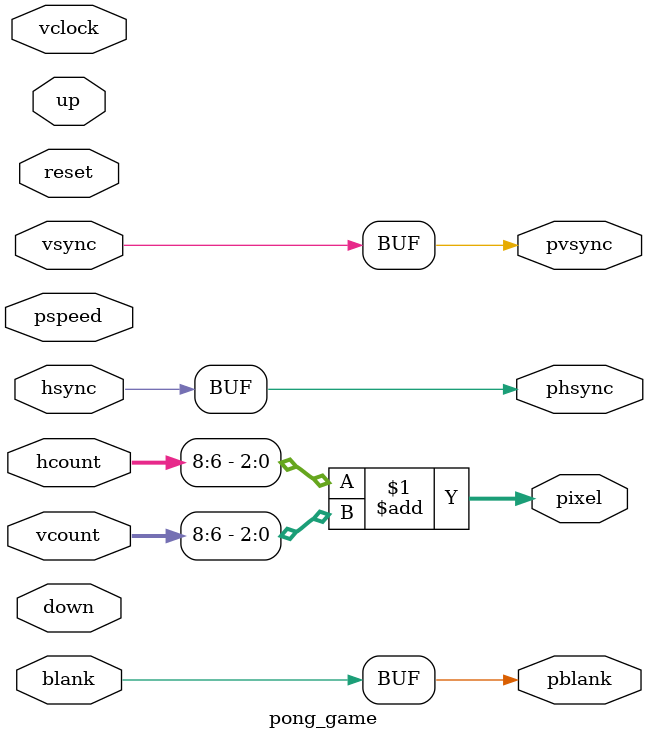
<source format=v>

module debounce (reset, clock_65mhz, noisy, clean);
   input reset, clock_65mhz, noisy;
   output clean;

   reg [19:0] count;
   reg new, clean;

   always @(posedge clock_65mhz)
     if (reset) begin new <= noisy; clean <= noisy; count <= 0; end
     else if (noisy != new) begin new <= noisy; count <= 0; end
     else if (count == 650000) clean <= new;
     else count <= count+1;

endmodule

///////////////////////////////////////////////////////////////////////////////
//
// 6.111 FPGA Labkit -- Template Toplevel Module
//
// For Labkit Revision 004
//
//
// Created: October 31, 2004, from revision 003 file
// Author: Nathan Ickes
//
///////////////////////////////////////////////////////////////////////////////
//
// CHANGES FOR BOARD REVISION 004
//
// 1) Added signals for logic analyzer pods 2-4.
// 2) Expanded "tv_in_ycrcb" to 20 bits.
// 3) Renamed "tv_out_data" to "tv_out_i2c_data" and "tv_out_sclk" to
//    "tv_out_i2c_clock".
// 4) Reversed disp_data_in and disp_data_out signals, so that "out" is an
//    output of the FPGA, and "in" is an input.
//
// CHANGES FOR BOARD REVISION 003
//
// 1) Combined flash chip enables into a single signal, flash_ce_b.
//
// CHANGES FOR BOARD REVISION 002
//
// 1) Added SRAM clock feedback path input and output
// 2) Renamed "mousedata" to "mouse_data"
// 3) Renamed some ZBT memory signals. Parity bits are now incorporated into 
//    the data bus, and the byte write enables have been combined into the
//    4-bit ram#_bwe_b bus.
// 4) Removed the "systemace_clock" net, since the SystemACE clock is now
//    hardwired on the PCB to the oscillator.
//
///////////////////////////////////////////////////////////////////////////////
//
// Complete change history (including bug fixes)
//
// 2005-Sep-09: Added missing default assignments to "ac97_sdata_out",
//              "disp_data_out", "analyzer[2-3]_clock" and
//              "analyzer[2-3]_data".
//
// 2005-Jan-23: Reduced flash address bus to 24 bits, to match 128Mb devices
//              actually populated on the boards. (The boards support up to
//              256Mb devices, with 25 address lines.)
//
// 2004-Oct-31: Adapted to new revision 004 board.
//
// 2004-May-01: Changed "disp_data_in" to be an output, and gave it a default
//              value. (Previous versions of this file declared this port to
//              be an input.)
//
// 2004-Apr-29: Reduced SRAM address busses to 19 bits, to match 18Mb devices
//              actually populated on the boards. (The boards support up to
//              72Mb devices, with 21 address lines.)
//
// 2004-Apr-29: Change history started
//
///////////////////////////////////////////////////////////////////////////////

module lab4   (beep, audio_reset_b, ac97_sdata_out, ac97_sdata_in, ac97_synch,
	       ac97_bit_clock,
	       
	       vga_out_red, vga_out_green, vga_out_blue, vga_out_sync_b,
	       vga_out_blank_b, vga_out_pixel_clock, vga_out_hsync,
	       vga_out_vsync,

	       tv_out_ycrcb, tv_out_reset_b, tv_out_clock, tv_out_i2c_clock,
	       tv_out_i2c_data, tv_out_pal_ntsc, tv_out_hsync_b,
	       tv_out_vsync_b, tv_out_blank_b, tv_out_subcar_reset,

	       tv_in_ycrcb, tv_in_data_valid, tv_in_line_clock1,
	       tv_in_line_clock2, tv_in_aef, tv_in_hff, tv_in_aff,
	       tv_in_i2c_clock, tv_in_i2c_data, tv_in_fifo_read,
	       tv_in_fifo_clock, tv_in_iso, tv_in_reset_b, tv_in_clock,

	       ram0_data, ram0_address, ram0_adv_ld, ram0_clk, ram0_cen_b,
	       ram0_ce_b, ram0_oe_b, ram0_we_b, ram0_bwe_b, 

	       ram1_data, ram1_address, ram1_adv_ld, ram1_clk, ram1_cen_b,
	       ram1_ce_b, ram1_oe_b, ram1_we_b, ram1_bwe_b,

	       clock_feedback_out, clock_feedback_in,

	       flash_data, flash_address, flash_ce_b, flash_oe_b, flash_we_b,
	       flash_reset_b, flash_sts, flash_byte_b,

	       rs232_txd, rs232_rxd, rs232_rts, rs232_cts,

	       mouse_clock, mouse_data, keyboard_clock, keyboard_data,

	       clock_27mhz, clock1, clock2,

	       disp_blank, disp_data_out, disp_clock, disp_rs, disp_ce_b,
	       disp_reset_b, disp_data_in,

	       button0, button1, button2, button3, button_enter, button_right,
	       button_left, button_down, button_up,

	       switch,

	       led,
	       
	       user1, user2, user3, user4,
	       
	       daughtercard,

	       systemace_data, systemace_address, systemace_ce_b,
	       systemace_we_b, systemace_oe_b, systemace_irq, systemace_mpbrdy,
	       
	       analyzer1_data, analyzer1_clock,
 	       analyzer2_data, analyzer2_clock,
 	       analyzer3_data, analyzer3_clock,
 	       analyzer4_data, analyzer4_clock);

   output beep, audio_reset_b, ac97_synch, ac97_sdata_out;
   input  ac97_bit_clock, ac97_sdata_in;
   
   output [7:0] vga_out_red, vga_out_green, vga_out_blue;
   output vga_out_sync_b, vga_out_blank_b, vga_out_pixel_clock,
	  vga_out_hsync, vga_out_vsync;

   output [9:0] tv_out_ycrcb;
   output tv_out_reset_b, tv_out_clock, tv_out_i2c_clock, tv_out_i2c_data,
	  tv_out_pal_ntsc, tv_out_hsync_b, tv_out_vsync_b, tv_out_blank_b,
	  tv_out_subcar_reset;
   
   input  [19:0] tv_in_ycrcb;
   input  tv_in_data_valid, tv_in_line_clock1, tv_in_line_clock2, tv_in_aef,
	  tv_in_hff, tv_in_aff;
   output tv_in_i2c_clock, tv_in_fifo_read, tv_in_fifo_clock, tv_in_iso,
	  tv_in_reset_b, tv_in_clock;
   inout  tv_in_i2c_data;
        
   inout  [35:0] ram0_data;
   output [18:0] ram0_address;
   output ram0_adv_ld, ram0_clk, ram0_cen_b, ram0_ce_b, ram0_oe_b, ram0_we_b;
   output [3:0] ram0_bwe_b;
   
   inout  [35:0] ram1_data;
   output [18:0] ram1_address;
   output ram1_adv_ld, ram1_clk, ram1_cen_b, ram1_ce_b, ram1_oe_b, ram1_we_b;
   output [3:0] ram1_bwe_b;

   input  clock_feedback_in;
   output clock_feedback_out;
   
   inout  [15:0] flash_data;
   output [23:0] flash_address;
   output flash_ce_b, flash_oe_b, flash_we_b, flash_reset_b, flash_byte_b;
   input  flash_sts;
   
   output rs232_txd, rs232_rts;
   input  rs232_rxd, rs232_cts;

   input  mouse_clock, mouse_data, keyboard_clock, keyboard_data;

   input  clock_27mhz, clock1, clock2;

   output disp_blank, disp_clock, disp_rs, disp_ce_b, disp_reset_b;  
   input  disp_data_in;
   output  disp_data_out;
   
   input  button0, button1, button2, button3, button_enter, button_right,
	  button_left, button_down, button_up;
   input  [7:0] switch;
   output [7:0] led;

   inout [31:0] user1, user2, user3, user4;
   
   inout [43:0] daughtercard;

   inout  [15:0] systemace_data;
   output [6:0]  systemace_address;
   output systemace_ce_b, systemace_we_b, systemace_oe_b;
   input  systemace_irq, systemace_mpbrdy;

   output [15:0] analyzer1_data, analyzer2_data, analyzer3_data, 
		 analyzer4_data;
   output analyzer1_clock, analyzer2_clock, analyzer3_clock, analyzer4_clock;

   ////////////////////////////////////////////////////////////////////////////
   //
   // I/O Assignments
   //
   ////////////////////////////////////////////////////////////////////////////
   
   // Audio Input and Output
   assign beep= 1'b0;
   assign audio_reset_b = 1'b0;
   assign ac97_synch = 1'b0;
   assign ac97_sdata_out = 1'b0;
   // ac97_sdata_in is an input

   // Video Output
   assign tv_out_ycrcb = 10'h0;
   assign tv_out_reset_b = 1'b0;
   assign tv_out_clock = 1'b0;
   assign tv_out_i2c_clock = 1'b0;
   assign tv_out_i2c_data = 1'b0;
   assign tv_out_pal_ntsc = 1'b0;
   assign tv_out_hsync_b = 1'b1;
   assign tv_out_vsync_b = 1'b1;
   assign tv_out_blank_b = 1'b1;
   assign tv_out_subcar_reset = 1'b0;
   
   // Video Input
   assign tv_in_i2c_clock = 1'b0;
   assign tv_in_fifo_read = 1'b0;
   assign tv_in_fifo_clock = 1'b0;
   assign tv_in_iso = 1'b0;
   assign tv_in_reset_b = 1'b0;
   assign tv_in_clock = 1'b0;
   assign tv_in_i2c_data = 1'bZ;
   // tv_in_ycrcb, tv_in_data_valid, tv_in_line_clock1, tv_in_line_clock2, 
   // tv_in_aef, tv_in_hff, and tv_in_aff are inputs
   
   // SRAMs
   assign ram0_data = 36'hZ;
   assign ram0_address = 19'h0;
   assign ram0_adv_ld = 1'b0;
   assign ram0_clk = 1'b0;
   assign ram0_cen_b = 1'b1;
   assign ram0_ce_b = 1'b1;
   assign ram0_oe_b = 1'b1;
   assign ram0_we_b = 1'b1;
   assign ram0_bwe_b = 4'hF;
   assign ram1_data = 36'hZ; 
   assign ram1_address = 19'h0;
   assign ram1_adv_ld = 1'b0;
   assign ram1_clk = 1'b0;
   assign ram1_cen_b = 1'b1;
   assign ram1_ce_b = 1'b1;
   assign ram1_oe_b = 1'b1;
   assign ram1_we_b = 1'b1;
   assign ram1_bwe_b = 4'hF;
   assign clock_feedback_out = 1'b0;
   // clock_feedback_in is an input
   
   // Flash ROM
   assign flash_data = 16'hZ;
   assign flash_address = 24'h0;
   assign flash_ce_b = 1'b1;
   assign flash_oe_b = 1'b1;
   assign flash_we_b = 1'b1;
   assign flash_reset_b = 1'b0;
   assign flash_byte_b = 1'b1;
   // flash_sts is an input

   // RS-232 Interface
   assign rs232_txd = 1'b1;
   assign rs232_rts = 1'b1;
   // rs232_rxd and rs232_cts are inputs

   // PS/2 Ports
   // mouse_clock, mouse_data, keyboard_clock, and keyboard_data are inputs

   // LED Displays
   assign disp_blank = 1'b1;
   assign disp_clock = 1'b0;
   assign disp_rs = 1'b0;
   assign disp_ce_b = 1'b1;
   assign disp_reset_b = 1'b0;
   assign disp_data_out = 1'b0;
   // disp_data_in is an input

   // Buttons, Switches, and Individual LEDs
   //lab3 assign led = 8'hFF;
   // button0, button1, button2, button3, button_enter, button_right,
   // button_left, button_down, button_up, and switches are inputs

   // User I/Os
   assign user1 = 32'hZ;
   assign user2 = 32'hZ;
   assign user3 = 32'hZ;
   assign user4 = 32'hZ;

   // Daughtercard Connectors
   assign daughtercard = 44'hZ;

   // SystemACE Microprocessor Port
   assign systemace_data = 16'hZ;
   assign systemace_address = 7'h0;
   assign systemace_ce_b = 1'b1;
   assign systemace_we_b = 1'b1;
   assign systemace_oe_b = 1'b1;
   // systemace_irq and systemace_mpbrdy are inputs

   // Logic Analyzer
   assign analyzer1_data = 16'h0;
   assign analyzer1_clock = 1'b1;
   assign analyzer2_data = 16'h0;
   assign analyzer2_clock = 1'b1;
   assign analyzer3_data = 16'h0;
   assign analyzer3_clock = 1'b1;
   assign analyzer4_data = 16'h0;
   assign analyzer4_clock = 1'b1;
			    
   ////////////////////////////////////////////////////////////////////////////
   //
   // lab4 : a simple pong game
   //
   ////////////////////////////////////////////////////////////////////////////

   // use FPGA's digital clock manager to produce a
   // 65MHz clock (actually 64.8MHz)
   wire clock_65mhz_unbuf,clock_65mhz;
   DCM vclk1(.CLKIN(clock_27mhz),.CLKFX(clock_65mhz_unbuf));
   // synthesis attribute CLKFX_DIVIDE of vclk1 is 10
   // synthesis attribute CLKFX_MULTIPLY of vclk1 is 24
   // synthesis attribute CLK_FEEDBACK of vclk1 is NONE
   // synthesis attribute CLKIN_PERIOD of vclk1 is 37
   BUFG vclk2(.O(clock_65mhz),.I(clock_65mhz_unbuf));

   // power-on reset generation
   wire power_on_reset;    // remain high for first 16 clocks
   SRL16 reset_sr (.D(1'b0), .CLK(clock_65mhz), .Q(power_on_reset),
		   .A0(1'b1), .A1(1'b1), .A2(1'b1), .A3(1'b1));
   defparam reset_sr.INIT = 16'hFFFF;

   // ENTER button is user reset
   wire reset,user_reset;
   debounce db1(power_on_reset, clock_65mhz, ~button_enter, user_reset);
   assign reset = user_reset | power_on_reset;
   
   // UP and DOWN buttons for pong paddle
   wire up,down;
   debounce db2(reset, clock_65mhz, ~button_up, up);
   debounce db3(reset, clock_65mhz, ~button_down, down);

   // generate basic XVGA video signals
   wire [10:0] hcount;
   wire [9:0]  vcount;
   wire hsync,vsync,blank;
   xvga xvga1(clock_65mhz,hcount,vcount,hsync,vsync,blank);

   // feed XVGA signals to user's pong game
   wire [2:0] pixel;
   wire phsync,pvsync,pblank;
   pong_game pg(clock_65mhz,reset,up,down,switch[7:4],
		hcount,vcount,hsync,vsync,blank,
		phsync,pvsync,pblank,pixel);

   // switch[1:0] selects which video generator to use:
   //  00: user's pong game
   //  01: 1 pixel outline of active video area (adjust screen controls)
   //  10: color bars
   reg [2:0] rgb;
   reg b,hs,vs;
   always @(posedge clock_65mhz) begin
      if (switch[1:0] == 2'b01) begin
	 // 1 pixel outline of visible area (white)
	 hs <= hsync;
	 vs <= vsync;
	 b <= blank;
	 rgb <= (hcount==0 | hcount==1023 | vcount==0 | vcount==767) ? 7 : 0;
      end else if (switch[1:0] == 2'b10) begin
	 // color bars
	 hs <= hsync;
	 vs <= vsync;
	 b <= blank;
	 rgb <= hcount[8:6];
      end else begin
         // default: pong
	 hs <= phsync;
	 vs <= pvsync;
	 b <= pblank;
	 rgb <= pixel;
      end
   end

   // VGA Output.  In order to meet the setup and hold times of the
   // AD7125, we send it ~clock_65mhz.
   assign vga_out_red = {8{rgb[2]}};
   assign vga_out_green = {8{rgb[1]}};
   assign vga_out_blue = {8{rgb[0]}};
   assign vga_out_sync_b = 1'b1;    // not used
   assign vga_out_blank_b = ~b;
   assign vga_out_pixel_clock = ~clock_65mhz;
   assign vga_out_hsync = hs;
   assign vga_out_vsync = vs;
   
   assign led = ~{3'b000,up,down,reset,switch[1:0]};

endmodule

////////////////////////////////////////////////////////////////////////////////
//
// xvga: Generate XVGA display signals (1024 x 768 @ 60Hz)
//
////////////////////////////////////////////////////////////////////////////////

module xvga(vclock,hcount,vcount,hsync,vsync,blank);
   input vclock;
   output [10:0] hcount;
   output [9:0] vcount;
   output 	vsync;
   output 	hsync;
   output 	blank;

   reg 	  hsync,vsync,hblank,vblank,blank;
   reg [10:0] 	 hcount;    // pixel number on current line
   reg [9:0] vcount;	 // line number

   // horizontal: 1344 pixels total
   // display 1024 pixels per line
   wire      hsyncon,hsyncoff,hreset,hblankon;
   assign    hblankon = (hcount == 1023);    
   assign    hsyncon = (hcount == 1047);
   assign    hsyncoff = (hcount == 1183);
   assign    hreset = (hcount == 1343);

   // vertical: 806 lines total
   // display 768 lines
   wire      vsyncon,vsyncoff,vreset,vblankon;
   assign    vblankon = hreset & (vcount == 767);    
   assign    vsyncon = hreset & (vcount == 776);
   assign    vsyncoff = hreset & (vcount == 782);
   assign    vreset = hreset & (vcount == 805);

   // sync and blanking
   wire      next_hblank,next_vblank;
   assign next_hblank = hreset ? 0 : hblankon ? 1 : hblank;
   assign next_vblank = vreset ? 0 : vblankon ? 1 : vblank;
   always @(posedge vclock) begin
      hcount <= hreset ? 0 : hcount + 1;
      hblank <= next_hblank;
      hsync <= hsyncon ? 0 : hsyncoff ? 1 : hsync;  // active low

      vcount <= hreset ? (vreset ? 0 : vcount + 1) : vcount;
      vblank <= next_vblank;
      vsync <= vsyncon ? 0 : vsyncoff ? 1 : vsync;  // active low

      blank <= next_vblank | (next_hblank & ~hreset);
   end
endmodule

////////////////////////////////////////////////////////////////////////////////
//
// pong_game: the game itself!
//
////////////////////////////////////////////////////////////////////////////////

module pong_game (vclock,reset,up,down,pspeed,
		  hcount,vcount,hsync,vsync,blank,
		  phsync,pvsync,pblank,pixel);
   input vclock;	// 65MHz clock
   input reset;		// 1 to initialize module
   input up;		// 1 when paddle should move up
   input down;		// 1 when paddle should move down
   input [3:0] pspeed;  // puck speed in pixels/tick 
   input [10:0] hcount;	// horizontal index of current pixel (0..1023)
   input [9:0] 	vcount; // vertical index of current pixel (0..767)
   input hsync;		// XVGA horizontal sync signal (active low)
   input vsync;		// XVGA vertical sync signal (active low)
   input blank;		// XVGA blanking (1 means output black pixel)
 	
   output phsync;	// pong game's horizontal sync
   output pvsync;	// pong game's vertical sync
   output pblank;	// pong game's blanking
   output [2:0] pixel;	// pong game's pixel

   // REPLACE ME! The code below just generates a color checkerboard
   // using 64 pixel by 64 pixel squares.
   assign phsync = hsync;
   assign pvsync = vsync;
   assign pblank = blank;
   assign pixel = hcount[8:6] + vcount[8:6];
   
endmodule

</source>
